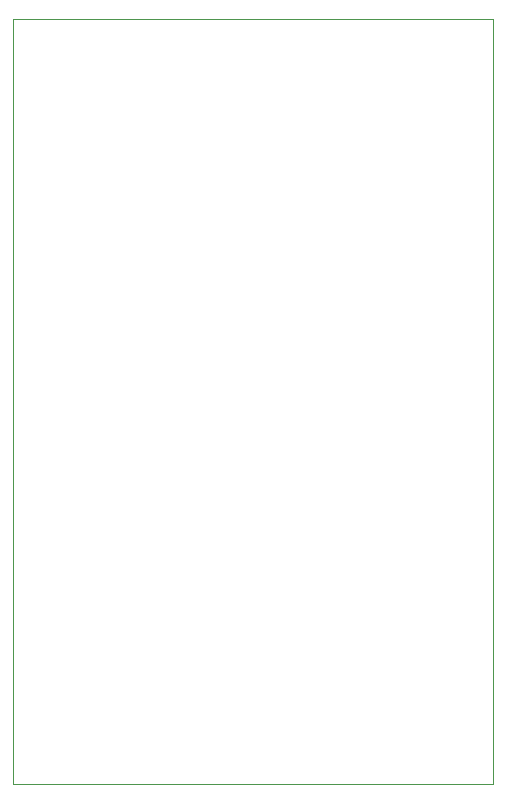
<source format=gbp>
%TF.GenerationSoftware,KiCad,Pcbnew,(6.0.8)*%
%TF.CreationDate,2022-11-23T11:07:29-05:00*%
%TF.ProjectId,lower_v3,6c6f7765-725f-4763-932e-6b696361645f,rev?*%
%TF.SameCoordinates,Original*%
%TF.FileFunction,Paste,Bot*%
%TF.FilePolarity,Positive*%
%FSLAX46Y46*%
G04 Gerber Fmt 4.6, Leading zero omitted, Abs format (unit mm)*
G04 Created by KiCad (PCBNEW (6.0.8)) date 2022-11-23 11:07:29*
%MOMM*%
%LPD*%
G01*
G04 APERTURE LIST*
%TA.AperFunction,Profile*%
%ADD10C,0.100000*%
%TD*%
G04 APERTURE END LIST*
D10*
X154940000Y-138430000D02*
X114300000Y-138430000D01*
X114300000Y-138430000D02*
X114300000Y-73660000D01*
X114300000Y-73660000D02*
X154940000Y-73660000D01*
X154940000Y-73660000D02*
X154940000Y-138430000D01*
M02*

</source>
